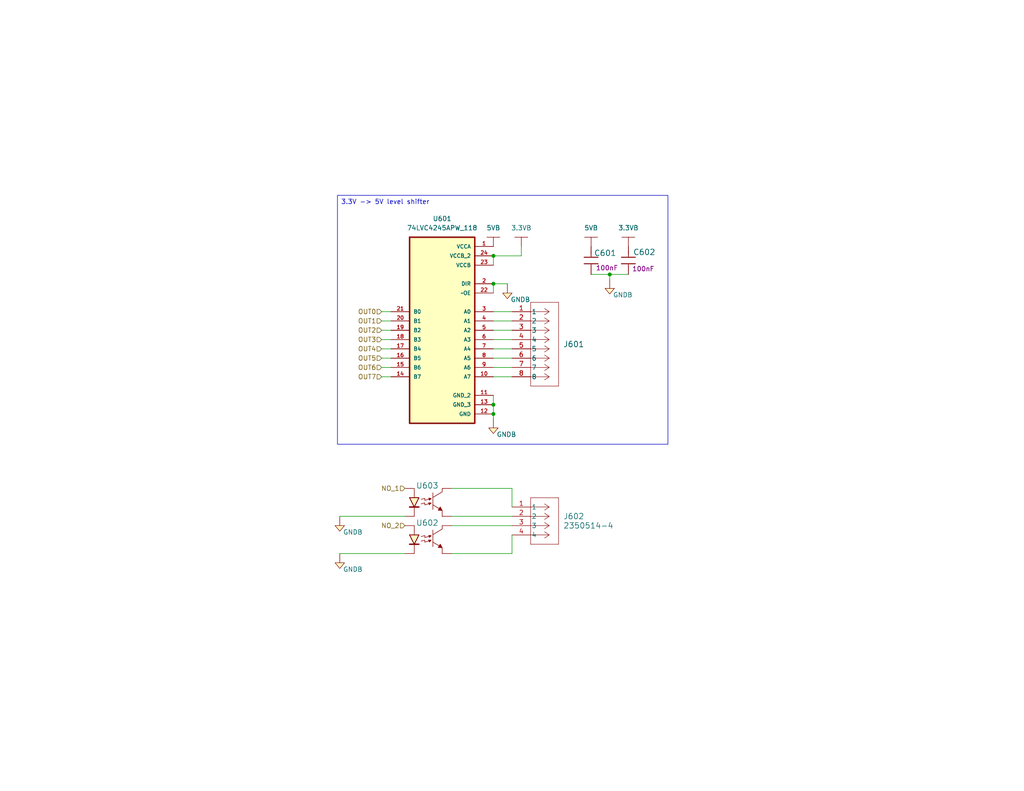
<source format=kicad_sch>
(kicad_sch (version 20231120) (generator "eeschema") (generator_version "8.0")
  (paper "USLetter")
  (title_block (title "5V Output") (comment 1 "Gérémy Sauvageau"))
  (lib_symbols
    (symbol "Capacitors:885012207098" (pin_numbers hide) (pin_names (offset 0) hide)
      (property "Reference" "C" (at -1.27 4.064 0))
      (property "Capacitance (Farad)" "100nF" (at -1.27 -3.048 0))
      (symbol "885012207098_0_1"
        (polyline (pts (xy -2.54 0) (xy -2.286 0)))
        (polyline (pts (xy -2.159 1.905) (xy -2.159 -1.905)) (stroke (width 0.254)))
        (polyline (pts (xy -0.381 1.905) (xy -0.381 -1.905)) (stroke (width 0.254)))
        (polyline (pts (xy 0 0) (xy -0.254 0)))
        (polyline (pts (xy 0.635 0) (xy 1.27 0)))
      )
      (symbol "885012207098_1_1"
        (pin passive line (at -5.08 0 0) (length 2.54) (name "1") (number "1"))
        (pin passive line (at 2.54 0 180) (length 2.54) (name "2") (number "2"))
      )
    )
    (symbol "Connectors:2350514-4" (pin_names (offset 0.254))
      (property "Reference" "J" (at 8.89 6.35 0))
      (property "Value" "2350514-4" (at 0 0 0))
      (symbol "2350514-4_1_1"
        (polyline (pts (xy 5.08 -10.16) (xy 12.7 -10.16)) (stroke (width 0.127)))
        (polyline (pts (xy 5.08 2.54) (xy 5.08 -10.16)) (stroke (width 0.127)))
        (polyline (pts (xy 10.16 -7.62) (xy 5.08 -7.62)) (stroke (width 0.127)))
        (polyline (pts (xy 10.16 -7.62) (xy 8.89 -8.4667)) (stroke (width 0.127)))
        (polyline (pts (xy 10.16 -7.62) (xy 8.89 -6.7733)) (stroke (width 0.127)))
        (polyline (pts (xy 10.16 -5.08) (xy 5.08 -5.08)) (stroke (width 0.127)))
        (polyline (pts (xy 10.16 -5.08) (xy 8.89 -5.9267)) (stroke (width 0.127)))
        (polyline (pts (xy 10.16 -5.08) (xy 8.89 -4.2333)) (stroke (width 0.127)))
        (polyline (pts (xy 10.16 -2.54) (xy 5.08 -2.54)) (stroke (width 0.127)))
        (polyline (pts (xy 10.16 -2.54) (xy 8.89 -3.3867)) (stroke (width 0.127)))
        (polyline (pts (xy 10.16 -2.54) (xy 8.89 -1.6933)) (stroke (width 0.127)))
        (polyline (pts (xy 10.16 0) (xy 5.08 0)) (stroke (width 0.127)))
        (polyline (pts (xy 10.16 0) (xy 8.89 -0.8467)) (stroke (width 0.127)))
        (polyline (pts (xy 10.16 0) (xy 8.89 0.8467)) (stroke (width 0.127)))
        (polyline (pts (xy 12.7 -10.16) (xy 12.7 2.54)) (stroke (width 0.127)))
        (polyline (pts (xy 12.7 2.54) (xy 5.08 2.54)) (stroke (width 0.127)))
        (pin unspecified line (at 0 0 0) (length 5.08) (name "1") (number "1"))
        (pin unspecified line (at 0 -2.54 0) (length 5.08) (name "2") (number "2"))
        (pin unspecified line (at 0 -5.08 0) (length 5.08) (name "3") (number "3"))
        (pin unspecified line (at 0 -7.62 0) (length 5.08) (name "4") (number "4"))
      )
      (symbol "2350514-4_1_2"
        (polyline (pts (xy 5.08 -10.16) (xy 12.7 -10.16)) (stroke (width 0.127)))
        (polyline (pts (xy 5.08 2.54) (xy 5.08 -10.16)) (stroke (width 0.127)))
        (polyline (pts (xy 7.62 -7.62) (xy 5.08 -7.62)) (stroke (width 0.127)))
        (polyline (pts (xy 7.62 -7.62) (xy 8.89 -8.4667)) (stroke (width 0.127)))
        (polyline (pts (xy 7.62 -7.62) (xy 8.89 -6.7733)) (stroke (width 0.127)))
        (polyline (pts (xy 7.62 -5.08) (xy 5.08 -5.08)) (stroke (width 0.127)))
        (polyline (pts (xy 7.62 -5.08) (xy 8.89 -5.9267)) (stroke (width 0.127)))
        (polyline (pts (xy 7.62 -5.08) (xy 8.89 -4.2333)) (stroke (width 0.127)))
        (polyline (pts (xy 7.62 -2.54) (xy 5.08 -2.54)) (stroke (width 0.127)))
        (polyline (pts (xy 7.62 -2.54) (xy 8.89 -3.3867)) (stroke (width 0.127)))
        (polyline (pts (xy 7.62 -2.54) (xy 8.89 -1.6933)) (stroke (width 0.127)))
        (polyline (pts (xy 7.62 0) (xy 5.08 0)) (stroke (width 0.127)))
        (polyline (pts (xy 7.62 0) (xy 8.89 -0.8467)) (stroke (width 0.127)))
        (polyline (pts (xy 7.62 0) (xy 8.89 0.8467)) (stroke (width 0.127)))
        (polyline (pts (xy 12.7 -10.16) (xy 12.7 2.54)) (stroke (width 0.127)))
        (polyline (pts (xy 12.7 2.54) (xy 5.08 2.54)) (stroke (width 0.127)))
        (pin unspecified line (at 0 0 0) (length 5.08) (name "1") (number "1"))
        (pin unspecified line (at 0 -2.54 0) (length 5.08) (name "2") (number "2"))
        (pin unspecified line (at 0 -5.08 0) (length 5.08) (name "3") (number "3"))
        (pin unspecified line (at 0 -7.62 0) (length 5.08) (name "4") (number "4"))
      )
    )
    (symbol "Connectors:2350514-8" (pin_names (offset 0.254))
      (property "Reference" "J" (at 8.89 6.35 0))
      (symbol "2350514-8_1_1"
        (polyline (pts (xy 5.08 -20.32) (xy 12.7 -20.32)) (stroke (width 0.127)))
        (polyline (pts (xy 5.08 2.54) (xy 5.08 -20.32)) (stroke (width 0.127)))
        (polyline (pts (xy 10.16 -17.78) (xy 5.08 -17.78)) (stroke (width 0.127)))
        (polyline (pts (xy 10.16 -17.78) (xy 8.89 -18.6267)) (stroke (width 0.127)))
        (polyline (pts (xy 10.16 -17.78) (xy 8.89 -16.9333)) (stroke (width 0.127)))
        (polyline (pts (xy 10.16 -15.24) (xy 5.08 -15.24)) (stroke (width 0.127)))
        (polyline (pts (xy 10.16 -15.24) (xy 8.89 -16.0867)) (stroke (width 0.127)))
        (polyline (pts (xy 10.16 -15.24) (xy 8.89 -14.3933)) (stroke (width 0.127)))
        (polyline (pts (xy 10.16 -12.7) (xy 5.08 -12.7)) (stroke (width 0.127)))
        (polyline (pts (xy 10.16 -12.7) (xy 8.89 -13.5467)) (stroke (width 0.127)))
        (polyline (pts (xy 10.16 -12.7) (xy 8.89 -11.8533)) (stroke (width 0.127)))
        (polyline (pts (xy 10.16 -10.16) (xy 5.08 -10.16)) (stroke (width 0.127)))
        (polyline (pts (xy 10.16 -10.16) (xy 8.89 -11.0067)) (stroke (width 0.127)))
        (polyline (pts (xy 10.16 -10.16) (xy 8.89 -9.3133)) (stroke (width 0.127)))
        (polyline (pts (xy 10.16 -7.62) (xy 5.08 -7.62)) (stroke (width 0.127)))
        (polyline (pts (xy 10.16 -7.62) (xy 8.89 -8.4667)) (stroke (width 0.127)))
        (polyline (pts (xy 10.16 -7.62) (xy 8.89 -6.7733)) (stroke (width 0.127)))
        (polyline (pts (xy 10.16 -5.08) (xy 5.08 -5.08)) (stroke (width 0.127)))
        (polyline (pts (xy 10.16 -5.08) (xy 8.89 -5.9267)) (stroke (width 0.127)))
        (polyline (pts (xy 10.16 -5.08) (xy 8.89 -4.2333)) (stroke (width 0.127)))
        (polyline (pts (xy 10.16 -2.54) (xy 5.08 -2.54)) (stroke (width 0.127)))
        (polyline (pts (xy 10.16 -2.54) (xy 8.89 -3.3867)) (stroke (width 0.127)))
        (polyline (pts (xy 10.16 -2.54) (xy 8.89 -1.6933)) (stroke (width 0.127)))
        (polyline (pts (xy 10.16 0) (xy 5.08 0)) (stroke (width 0.127)))
        (polyline (pts (xy 10.16 0) (xy 8.89 -0.8467)) (stroke (width 0.127)))
        (polyline (pts (xy 10.16 0) (xy 8.89 0.8467)) (stroke (width 0.127)))
        (polyline (pts (xy 12.7 -20.32) (xy 12.7 2.54)) (stroke (width 0.127)))
        (polyline (pts (xy 12.7 2.54) (xy 5.08 2.54)) (stroke (width 0.127)))
        (pin unspecified line (at 0 0 0) (length 5.08) (name "1") (number "1"))
        (pin unspecified line (at 0 -2.54 0) (length 5.08) (name "2") (number "2"))
        (pin unspecified line (at 0 -5.08 0) (length 5.08) (name "3") (number "3"))
        (pin unspecified line (at 0 -7.62 0) (length 5.08) (name "4") (number "4"))
        (pin unspecified line (at 0 -10.16 0) (length 5.08) (name "5") (number "5"))
        (pin unspecified line (at 0 -12.7 0) (length 5.08) (name "6") (number "6"))
        (pin unspecified line (at 0 -15.24 0) (length 5.08) (name "7") (number "7"))
        (pin unspecified line (at 0 -17.78 0) (length 5.08) (name "8") (number "8"))
      )
      (symbol "2350514-8_1_2"
        (polyline (pts (xy 5.08 -20.32) (xy 12.7 -20.32)) (stroke (width 0.127)))
        (polyline (pts (xy 5.08 2.54) (xy 5.08 -20.32)) (stroke (width 0.127)))
        (polyline (pts (xy 7.62 -17.78) (xy 5.08 -17.78)) (stroke (width 0.127)))
        (polyline (pts (xy 7.62 -17.78) (xy 8.89 -18.6267)) (stroke (width 0.127)))
        (polyline (pts (xy 7.62 -17.78) (xy 8.89 -16.9333)) (stroke (width 0.127)))
        (polyline (pts (xy 7.62 -15.24) (xy 5.08 -15.24)) (stroke (width 0.127)))
        (polyline (pts (xy 7.62 -15.24) (xy 8.89 -16.0867)) (stroke (width 0.127)))
        (polyline (pts (xy 7.62 -15.24) (xy 8.89 -14.3933)) (stroke (width 0.127)))
        (polyline (pts (xy 7.62 -12.7) (xy 5.08 -12.7)) (stroke (width 0.127)))
        (polyline (pts (xy 7.62 -12.7) (xy 8.89 -13.5467)) (stroke (width 0.127)))
        (polyline (pts (xy 7.62 -12.7) (xy 8.89 -11.8533)) (stroke (width 0.127)))
        (polyline (pts (xy 7.62 -10.16) (xy 5.08 -10.16)) (stroke (width 0.127)))
        (polyline (pts (xy 7.62 -10.16) (xy 8.89 -11.0067)) (stroke (width 0.127)))
        (polyline (pts (xy 7.62 -10.16) (xy 8.89 -9.3133)) (stroke (width 0.127)))
        (polyline (pts (xy 7.62 -7.62) (xy 5.08 -7.62)) (stroke (width 0.127)))
        (polyline (pts (xy 7.62 -7.62) (xy 8.89 -8.4667)) (stroke (width 0.127)))
        (polyline (pts (xy 7.62 -7.62) (xy 8.89 -6.7733)) (stroke (width 0.127)))
        (polyline (pts (xy 7.62 -5.08) (xy 5.08 -5.08)) (stroke (width 0.127)))
        (polyline (pts (xy 7.62 -5.08) (xy 8.89 -5.9267)) (stroke (width 0.127)))
        (polyline (pts (xy 7.62 -5.08) (xy 8.89 -4.2333)) (stroke (width 0.127)))
        (polyline (pts (xy 7.62 -2.54) (xy 5.08 -2.54)) (stroke (width 0.127)))
        (polyline (pts (xy 7.62 -2.54) (xy 8.89 -3.3867)) (stroke (width 0.127)))
        (polyline (pts (xy 7.62 -2.54) (xy 8.89 -1.6933)) (stroke (width 0.127)))
        (polyline (pts (xy 7.62 0) (xy 5.08 0)) (stroke (width 0.127)))
        (polyline (pts (xy 7.62 0) (xy 8.89 -0.8467)) (stroke (width 0.127)))
        (polyline (pts (xy 7.62 0) (xy 8.89 0.8467)) (stroke (width 0.127)))
        (polyline (pts (xy 12.7 -20.32) (xy 12.7 2.54)) (stroke (width 0.127)))
        (polyline (pts (xy 12.7 2.54) (xy 5.08 2.54)) (stroke (width 0.127)))
        (pin unspecified line (at 0 0 0) (length 5.08) (name "1") (number "1"))
        (pin unspecified line (at 0 -2.54 0) (length 5.08) (name "2") (number "2"))
        (pin unspecified line (at 0 -5.08 0) (length 5.08) (name "3") (number "3"))
        (pin unspecified line (at 0 -7.62 0) (length 5.08) (name "4") (number "4"))
        (pin unspecified line (at 0 -10.16 0) (length 5.08) (name "5") (number "5"))
        (pin unspecified line (at 0 -12.7 0) (length 5.08) (name "6") (number "6"))
        (pin unspecified line (at 0 -15.24 0) (length 5.08) (name "7") (number "7"))
        (pin unspecified line (at 0 -17.78 0) (length 5.08) (name "8") (number "8"))
      )
    )
    (symbol "Interface:74LVC4245APW_118" (pin_names (offset 1.016))
      (property "Reference" "U" (at -5.1107 27.4604 0))
      (property "Value" "74LVC4245APW_118" (at -3.6643 -35.0147 0))
      (symbol "74LVC4245APW_118_0_0"
        (rectangle (start -12.7 22.86) (end 5.08 -27.94) (stroke (width 0.4064)) (fill (type background)))
        (pin power_in line (at -17.78 20.32 0) (length 5.08) (name "VCCA") (number "1"))
        (pin bidirectional line (at -17.78 -15.24 0) (length 5.08) (name "A7") (number "10"))
        (pin passive line (at -17.78 -20.32 0) (length 5.08) (name "GND_2") (number "11"))
        (pin passive line (at -17.78 -25.4 0) (length 5.08) (name "GND") (number "12"))
        (pin passive line (at -17.78 -22.86 0) (length 5.08) (name "GND_3") (number "13"))
        (pin bidirectional line (at 10.16 -15.24 180) (length 5.08) (name "B7") (number "14"))
        (pin bidirectional line (at 10.16 -12.7 180) (length 5.08) (name "B6") (number "15"))
        (pin bidirectional line (at 10.16 -10.16 180) (length 5.08) (name "B5") (number "16"))
        (pin bidirectional line (at 10.16 -7.62 180) (length 5.08) (name "B4") (number "17"))
        (pin bidirectional line (at 10.16 -5.08 180) (length 5.08) (name "B3") (number "18"))
        (pin bidirectional line (at 10.16 -2.54 180) (length 5.08) (name "B2") (number "19"))
        (pin input line (at -17.78 10.16 0) (length 5.08) (name "DIR") (number "2"))
        (pin bidirectional line (at 10.16 0 180) (length 5.08) (name "B1") (number "20"))
        (pin bidirectional line (at 10.16 2.54 180) (length 5.08) (name "B0") (number "21"))
        (pin input line (at -17.78 7.62 0) (length 5.08) (name "~OE") (number "22"))
        (pin power_in line (at -17.78 15.24 0) (length 5.08) (name "VCCB") (number "23"))
        (pin power_in line (at -17.78 17.78 0) (length 5.08) (name "VCCB_2") (number "24"))
        (pin bidirectional line (at -17.78 2.54 0) (length 5.08) (name "A0") (number "3"))
        (pin bidirectional line (at -17.78 0 0) (length 5.08) (name "A1") (number "4"))
        (pin bidirectional line (at -17.78 -2.54 0) (length 5.08) (name "A2") (number "5"))
        (pin bidirectional line (at -17.78 -5.08 0) (length 5.08) (name "A3") (number "6"))
        (pin bidirectional line (at -17.78 -7.62 0) (length 5.08) (name "A4") (number "7"))
        (pin bidirectional line (at -17.78 -10.16 0) (length 5.08) (name "A5") (number "8"))
        (pin bidirectional line (at -17.78 -12.7 0) (length 5.08) (name "A6") (number "9"))
      )
    )
    (symbol "Isolators:LTV-816S" (pin_numbers hide) (pin_names (offset 0) hide)
      (property "Reference" "U" (at 0 7.62 0))
      (property "Value" "LTV-816S" (at 0 -5.08 0))
      (symbol "LTV-816S_0_1"
        (polyline (pts (xy -2.54 -2.54) (xy -2.54 0)))
        (polyline (pts (xy -2.54 5.08) (xy -2.54 2.54)))
        (polyline (pts (xy -1.27 0) (xy -3.81 0)) (stroke (width 0.381)))
        (polyline (pts (xy 1.4224 0.889) (xy 0.3302 0.5842)))
        (polyline (pts (xy 1.4478 2.1336) (xy 0.3556 1.8288)))
        (polyline (pts (xy 2.54 3.8862) (xy 2.54 -0.6858)))
        (polyline (pts (xy 5.08 -2.54) (xy 5.08 -1.016)))
        (polyline (pts (xy 5.08 -0.9398) (xy 2.54 0.5842)))
        (polyline (pts (xy 5.08 4.1402) (xy 2.54 2.6162)))
        (polyline (pts (xy 0.3302 0.6096) (xy 0.3302 1.1176) (xy -0.6858 0.8636)))
        (polyline (pts (xy 0.3556 1.8542) (xy 0.3556 2.3622) (xy -0.6604 2.1082)))
        (polyline (pts (xy 5.08 5.08) (xy 5.08 4.699) (xy 5.08 4.191)))
        (polyline (pts (xy -3.81 2.54) (xy -1.27 2.54) (xy -2.54 0) (xy -3.81 2.54)) (stroke (width 0.254)) (fill (type background)))
        (polyline (pts (xy 1.397 1.143) (xy 1.5748 0.6096) (xy 2.0828 1.0922) (xy 1.3716 1.1938)) (fill (type outline)))
        (polyline (pts (xy 1.4224 2.3876) (xy 1.6002 1.8542) (xy 2.1082 2.3368) (xy 1.397 2.4384)) (fill (type outline)))
        (polyline (pts (xy 5.08 -0.9398) (xy 4.5466 0.0254) (xy 3.9878 -0.889) (xy 5.08 -0.9398)) (fill (type outline)))
      )
      (symbol "LTV-816S_1_1"
        (pin passive line (at -5.08 5.08 0) (length 2.54) (name "Anode") (number "1"))
        (pin passive line (at -5.08 -2.54 0) (length 2.54) (name "Cathode") (number "2"))
        (pin passive line (at 7.62 -2.54 180) (length 2.54) (name "E") (number "3"))
        (pin passive line (at 7.62 5.08 180) (length 2.54) (name "C") (number "4"))
      )
    )
    (symbol "Power_Port:3.3VB" (power) (pin_numbers hide) (pin_names (offset 0) hide)
      (property "Value" "3.3VB" (at -0.254 3.556 0))
      (symbol "3.3VB_0_1"
        (polyline (pts (xy -1.778 2.54) (xy 0 2.54)))
        (polyline (pts (xy 0 0) (xy 0 2.54)))
        (polyline (pts (xy 0 2.54) (xy 1.778 2.54)))
      )
      (symbol "3.3VB_1_1"
        (pin power_in line (at 0 0 90) (length 0) hide (name "3.3VB") (number "1"))
      )
    )
    (symbol "Power_Port:5VB" (power) (pin_numbers hide) (pin_names (offset 0) hide)
      (property "Value" "5VB" (at -0.254 3.556 0))
      (symbol "5VB_0_1"
        (polyline (pts (xy -1.778 2.54) (xy 0 2.54)))
        (polyline (pts (xy 0 0) (xy 0 2.54)))
        (polyline (pts (xy 0 2.54) (xy 1.778 2.54)))
      )
      (symbol "5VB_1_1"
        (pin power_in line (at 0 0 90) (length 0) hide (name "5VB") (number "1"))
      )
    )
    (symbol "Power_Port:GNDB" (power) (pin_numbers hide) (pin_names (offset 0) hide)
      (property "Value" "GNDB" (at 0 -2.54 0))
      (symbol "GNDB_0_1"
        (polyline (pts (xy 0 0) (xy 1.27 0)))
        (polyline (pts (xy -1.27 0) (xy 0 -1.524) (xy 1.27 0)) (fill (type background)))
        (polyline (pts (xy 0 2.54) (xy 0 0) (xy -1.27 0)))
      )
      (symbol "GNDB_1_1"
        (pin power_in line (at 0 2.54 90) (length 0) hide (name "GNDB") (number "1"))
      )
    )
  )
  (junction (at 134.62 110.49))
  (junction (at 134.62 113.03))
  (junction (at 134.62 77.47))
  (junction (at 166.37 74.93))
  (junction (at 134.62 69.85))
  (wire (pts (xy 134.62 85.09) (xy 139.7 85.09)))
  (wire (pts (xy 134.62 87.63) (xy 139.7 87.63)))
  (wire (pts (xy 123.19 133.35) (xy 139.7 133.35)))
  (wire (pts (xy 134.62 90.17) (xy 139.7 90.17)))
  (wire (pts (xy 104.14 95.25) (xy 106.68 95.25)))
  (wire (pts (xy 134.62 77.47) (xy 138.43 77.47)))
  (wire (pts (xy 161.29 74.93) (xy 166.37 74.93)))
  (wire (pts (xy 104.14 92.71) (xy 106.68 92.71)))
  (wire (pts (xy 134.62 77.47) (xy 134.62 80.01)))
  (wire (pts (xy 134.62 113.03) (xy 134.62 114.3)))
  (wire (pts (xy 104.14 87.63) (xy 106.68 87.63)))
  (wire (pts (xy 123.19 140.97) (xy 139.7 140.97)))
  (wire (pts (xy 104.14 85.09) (xy 106.68 85.09)))
  (wire (pts (xy 166.37 74.93) (xy 166.37 76.2)))
  (wire (pts (xy 139.7 138.43) (xy 139.7 133.35)))
  (wire (pts (xy 166.37 74.93) (xy 171.45 74.93)))
  (wire (pts (xy 92.71 151.13) (xy 110.49 151.13)))
  (wire (pts (xy 134.62 92.71) (xy 139.7 92.71)))
  (wire (pts (xy 92.71 140.97) (xy 110.49 140.97)))
  (wire (pts (xy 134.62 97.79) (xy 139.7 97.79)))
  (wire (pts (xy 134.62 69.85) (xy 134.62 72.39)))
  (wire (pts (xy 104.14 100.33) (xy 106.68 100.33)))
  (wire (pts (xy 134.62 95.25) (xy 139.7 95.25)))
  (wire (pts (xy 139.7 143.51) (xy 123.19 143.51)))
  (wire (pts (xy 142.24 67.31) (xy 142.24 69.85)))
  (wire (pts (xy 134.62 69.85) (xy 142.24 69.85)))
  (wire (pts (xy 104.14 102.87) (xy 106.68 102.87)))
  (wire (pts (xy 134.62 100.33) (xy 139.7 100.33)))
  (wire (pts (xy 134.62 110.49) (xy 134.62 113.03)))
  (wire (pts (xy 139.7 146.05) (xy 139.7 151.13)))
  (wire (pts (xy 134.62 102.87) (xy 139.7 102.87)))
  (wire (pts (xy 134.62 107.95) (xy 134.62 110.49)))
  (wire (pts (xy 104.14 97.79) (xy 106.68 97.79)))
  (wire (pts (xy 104.14 90.17) (xy 106.68 90.17)))
  (wire (pts (xy 139.7 151.13) (xy 123.19 151.13)))
  (text_box "3.3V -> 5V level shifter" (at 92.075 53.34 0) (size 90.17 67.945) (effects (font (size 1.27 1.27)) (justify left top)))
  (hierarchical_label "OUT7" (shape input) (at 104.14 102.87 180))
  (hierarchical_label "OUT1" (shape input) (at 104.14 87.63 180))
  (hierarchical_label "OUT2" (shape input) (at 104.14 90.17 180))
  (hierarchical_label "OUT4" (shape input) (at 104.14 95.25 180))
  (hierarchical_label "OUT6" (shape input) (at 104.14 100.33 180))
  (hierarchical_label "OUT3" (shape input) (at 104.14 92.71 180))
  (hierarchical_label "NO_2" (shape input) (at 110.49 143.51 180))
  (hierarchical_label "OUT5" (shape input) (at 104.14 97.79 180))
  (hierarchical_label "NO_1" (shape input) (at 110.49 133.35 180))
  (hierarchical_label "OUT0" (shape input) (at 104.14 85.09 180))
  (symbol (lib_id "Power_Port:GNDB") (at 92.71 143.51 0) (unit 1)
    (property "Reference" "#PWR0609" (effects (hide yes)))
    (property "Value" "GNDB" (at 96.266 145.288 0))
  )
  (symbol (lib_id "Power_Port:3.3VB") (at 171.45 67.31 0) (unit 1)
    (property "Reference" "#PWR0604" (effects (hide yes)))
    (property "Value" "3.3VB" (at 171.45 62.23 0))
  )
  (symbol (lib_id "Capacitors:885012207098") (at 161.29 69.85 90) (unit 1)
    (property "Reference" "C601" (at 162.052 69.088 90) (effects (font (size 1.524 1.524)) (justify right)))
    (property "Value" "885012207098" (effects (hide yes)))
    (property "Footprint" "Capacitors:C0805" (effects (hide yes)))
    (property "Datasheet" "D" (effects (hide yes)))
    (property "Description" "CAP CER 0.1UF 100nF 50V X7R 0805" (effects (hide yes)))
    (property "Supplier" "Digikey" (effects (hide yes)))
    (property "Supplier Part Number" "732-8080-1-ND" (effects (hide yes)))
    (property "Manufacturer" "Wurth Electronics Inc." (effects (hide yes)))
    (property "Manufacturer Part Number" "885012207098" (effects (hide yes)))
    (property "Capacitance (Farad)" "100nF" (at 162.56 73.152 90) (effects (justify right)))
    (property "Tolerance (%)" "±10%" (effects (hide yes)))
    (property "Voltage Rated (Volt)" "50V" (effects (hide yes)))
  )
  (symbol (lib_id "Power_Port:GNDB") (at 138.43 80.01 0) (unit 1)
    (property "Reference" "#PWR0606" (effects (hide yes)))
    (property "Value" "GNDB" (at 141.986 81.788 0))
  )
  (symbol (lib_id "Power_Port:GNDB") (at 166.37 78.74 0) (unit 1)
    (property "Reference" "#PWR0605" (effects (hide yes)))
    (property "Value" "GNDB" (at 169.926 80.518 0))
  )
  (symbol (lib_id "Power_Port:GNDB") (at 134.62 116.84 0) (unit 1)
    (property "Reference" "#PWR0607" (effects (hide yes)))
    (property "Value" "GNDB" (at 138.176 118.618 0))
  )
  (symbol (lib_id "Interface:74LVC4245APW_118") (at 116.84 87.63 0) (mirror y) (unit 1)
    (property "Reference" "U601" (at 120.65 59.69 0))
    (property "Value" "74LVC4245APW_118" (at 120.65 62.23 0))
    (property "Footprint" "IC:SOP65P640X110-24N" (effects (hide yes)))
    (property "Datasheet" "https://assets.nexperia.com/documents/data-sheet/74LVC4245A.pdf" (effects (hide yes)))
    (property "Description" "level shifter 8 channel bidirectionnal" (effects (hide yes)))
    (property "Supplier" "Digikey" (effects (hide yes)))
    (property "Supplier Part Number" "1727-4308-1-ND" (effects (hide yes)))
    (property "Manufacturer" "Nexperia" (effects (hide yes)))
    (property "Manufacturer Part Number" "74LVC4245APW_118" (effects (hide yes)))
  )
  (symbol (lib_id "Power_Port:GNDB") (at 92.71 153.67 0) (unit 1)
    (property "Reference" "#PWR0608" (effects (hide yes)))
    (property "Value" "GNDB" (at 96.266 155.448 0))
  )
  (symbol (lib_id "Isolators:LTV-816S") (at 115.57 138.43 0) (unit 1)
    (property "Reference" "U603" (at 116.586 132.588 0) (effects (font (size 1.524 1.524))))
    (property "Value" "LTV-816S" (effects (hide yes)))
    (property "Footprint" "IC:4-SMD" (effects (hide yes)))
    (property "Datasheet" "https://media.digikey.com/pdf/Data%20Sheets/Lite-On%20PDFs/LTV-816_826_846.pdf" (effects (hide yes)))
    (property "Description" "OPTOISOLATR 5KV TRANSISTOR 4-SMD" (effects (hide yes)))
    (property "Supplier" "Digikey" (effects (hide yes)))
    (property "Supplier Part Number" "160-1361-5-ND" (effects (hide yes)))
    (property "Manufacturer" "Lite-On Inc." (effects (hide yes)))
    (property "Manufacturer Part Number" "LTV-816S" (effects (hide yes)))
  )
  (symbol (lib_id "Connectors:2350514-4") (at 139.7 138.43 0) (unit 1)
    (property "Reference" "J602" (at 153.67 140.9699 0) (effects (font (size 1.524 1.524)) (justify left)))
    (property "Value" "2350514-4" (at 153.67 143.5099 0) (effects (font (size 1.524 1.524)) (justify left)))
    (property "Footprint" "CONN4_1155650000_TEC" (effects (hide yes)))
    (property "Datasheet" "2350514-4" (effects (hide yes)))
    (property "Description" "Terminal block 4pos 3.5mm" (effects (hide yes)))
    (property "Supplier Part Number" "A145380-ND" (effects (hide yes)))
    (property "Supplier" "Digikey" (effects (hide yes)))
    (property "Manufacturer" "TE" (effects (hide yes)))
    (property "Manufacturer Part Number" "2350514-4" (effects (hide yes)))
  )
  (symbol (lib_id "Capacitors:885012207098") (at 171.45 69.85 90) (unit 1)
    (property "Reference" "C602" (at 172.72 68.834 90) (effects (font (size 1.524 1.524)) (justify right)))
    (property "Value" "885012207098" (effects (hide yes)))
    (property "Footprint" "Capacitors:C0805" (effects (hide yes)))
    (property "Datasheet" "D" (effects (hide yes)))
    (property "Description" "CAP CER 0.1UF 100nF 50V X7R 0805" (effects (hide yes)))
    (property "Supplier" "Digikey" (effects (hide yes)))
    (property "Supplier Part Number" "732-8080-1-ND" (effects (hide yes)))
    (property "Manufacturer" "Wurth Electronics Inc." (effects (hide yes)))
    (property "Manufacturer Part Number" "885012207098" (effects (hide yes)))
    (property "Capacitance (Farad)" "100nF" (at 172.466 73.406 90) (effects (justify right)))
    (property "Tolerance (%)" "±10%" (effects (hide yes)))
    (property "Voltage Rated (Volt)" "50V" (effects (hide yes)))
  )
  (symbol (lib_id "Power_Port:5VB") (at 161.29 67.31 0) (unit 1)
    (property "Reference" "#PWR0603" (effects (hide yes)))
    (property "Value" "5VB" (at 161.29 62.23 0))
  )
  (symbol (lib_id "Power_Port:3.3VB") (at 142.24 67.31 0) (unit 1)
    (property "Reference" "#PWR0602" (effects (hide yes)))
    (property "Value" "3.3VB" (at 142.24 62.23 0))
  )
  (symbol (lib_id "Power_Port:5VB") (at 134.62 67.31 0) (unit 1)
    (property "Reference" "#PWR0601" (effects (hide yes)))
    (property "Value" "5VB" (at 134.62 62.23 0))
  )
  (symbol (lib_id "Isolators:LTV-816S") (at 115.57 148.59 0) (unit 1)
    (property "Reference" "U602" (at 116.586 142.748 0) (effects (font (size 1.524 1.524))))
    (property "Value" "LTV-816S" (effects (hide yes)))
    (property "Footprint" "IC:4-SMD" (effects (hide yes)))
    (property "Datasheet" "https://media.digikey.com/pdf/Data%20Sheets/Lite-On%20PDFs/LTV-816_826_846.pdf" (effects (hide yes)))
    (property "Description" "OPTOISOLATR 5KV TRANSISTOR 4-SMD" (effects (hide yes)))
    (property "Supplier" "Digikey" (effects (hide yes)))
    (property "Supplier Part Number" "160-1361-5-ND" (effects (hide yes)))
    (property "Manufacturer" "Lite-On Inc." (effects (hide yes)))
    (property "Manufacturer Part Number" "LTV-816S" (effects (hide yes)))
  )
  (symbol (lib_id "Connectors:2350514-8") (at 139.7 85.09 0) (unit 1)
    (property "Reference" "J601" (at 153.67 93.9799 0) (effects (font (size 1.524 1.524)) (justify left)))
    (property "Value" "2350514-8" (effects (hide yes)))
    (property "Footprint" "Connectors:CONN8_2350514-8_TEC" (effects (hide yes)))
    (property "Description" "Terminal block 8pos 3.5mm" (effects (hide yes)))
    (property "Manufacturer" "TE Connectivity" (effects (hide yes)))
    (property "Manufacturer Part Number" "2350514-8" (effects (hide yes)))
    (property "Supplier" "Digikey" (effects (hide yes)))
    (property "Supplier Part Number" "A145383-ND" (effects (hide yes)))
  )
)
</source>
